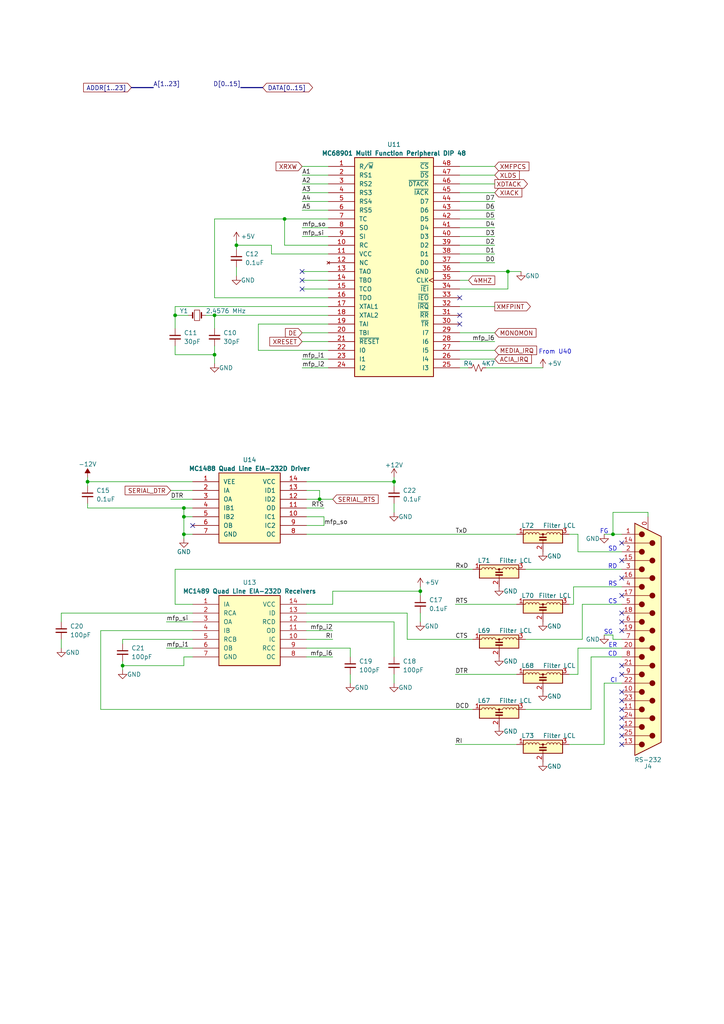
<source format=kicad_sch>
(kicad_sch (version 20211123) (generator eeschema)
  (paper "A4" portrait)
  (title_block (title "Converted schematics of Atari 260/520 ST") (date "2023-04-16") (rev "0") (comment 1 "…sporniket/kicad-conversions--atari-260-520-st-motherboard--c070231") (comment 2 "Original repository : https://github.com/…") (comment 4 "Reference : C070231"))
  (lib_symbols
    (symbol "Connector:DB25_Male_MountingHoles" (pin_names (offset 1.016) hide)
      (property "Reference" "J" (at 0 36.83 0))
      (property "Value" "DB25_Male_MountingHoles" (at 0 34.925 0))
      (symbol "DB25_Male_MountingHoles_0_1"
        (circle (center -1.778 -30.48) (radius 0.762) (fill (type outline)))
        (circle (center -1.778 -25.4) (radius 0.762) (fill (type outline)))
        (circle (center -1.778 -20.32) (radius 0.762) (fill (type outline)))
        (circle (center -1.778 -15.24) (radius 0.762) (fill (type outline)))
        (circle (center -1.778 -10.16) (radius 0.762) (fill (type outline)))
        (circle (center -1.778 -5.08) (radius 0.762) (fill (type outline)))
        (circle (center -1.778 0) (radius 0.762) (fill (type outline)))
        (circle (center -1.778 5.08) (radius 0.762) (fill (type outline)))
        (circle (center -1.778 10.16) (radius 0.762) (fill (type outline)))
        (circle (center -1.778 15.24) (radius 0.762) (fill (type outline)))
        (circle (center -1.778 20.32) (radius 0.762) (fill (type outline)))
        (circle (center -1.778 25.4) (radius 0.762) (fill (type outline)))
        (circle (center -1.778 30.48) (radius 0.762) (fill (type outline)))
        (polyline (pts (xy -3.81 -30.48) (xy -2.54 -30.48)))
        (polyline (pts (xy -3.81 -27.94) (xy 0.508 -27.94)))
        (polyline (pts (xy -3.81 -25.4) (xy -2.54 -25.4)))
        (polyline (pts (xy -3.81 -22.86) (xy 0.508 -22.86)))
        (polyline (pts (xy -3.81 -20.32) (xy -2.54 -20.32)))
        (polyline (pts (xy -3.81 -17.78) (xy 0.508 -17.78)))
        (polyline (pts (xy -3.81 -15.24) (xy -2.54 -15.24)))
        (polyline (pts (xy -3.81 -12.7) (xy 0.508 -12.7)))
        (polyline (pts (xy -3.81 -10.16) (xy -2.54 -10.16)))
        (polyline (pts (xy -3.81 -7.62) (xy 0.508 -7.62)))
        (polyline (pts (xy -3.81 -5.08) (xy -2.54 -5.08)))
        (polyline (pts (xy -3.81 -2.54) (xy 0.508 -2.54)))
        (polyline (pts (xy -3.81 0) (xy -2.54 0)))
        (polyline (pts (xy -3.81 2.54) (xy 0.508 2.54)))
        (polyline (pts (xy -3.81 5.08) (xy -2.54 5.08)))
        (polyline (pts (xy -3.81 7.62) (xy 0.508 7.62)))
        (polyline (pts (xy -3.81 10.16) (xy -2.54 10.16)))
        (polyline (pts (xy -3.81 12.7) (xy 0.508 12.7)))
        (polyline (pts (xy -3.81 15.24) (xy -2.54 15.24)))
        (polyline (pts (xy -3.81 17.78) (xy 0.508 17.78)))
        (polyline (pts (xy -3.81 20.32) (xy -2.54 20.32)))
        (polyline (pts (xy -3.81 22.86) (xy 0.508 22.86)))
        (polyline (pts (xy -3.81 25.4) (xy -2.54 25.4)))
        (polyline (pts (xy -3.81 27.94) (xy 0.508 27.94)))
        (polyline (pts (xy -3.81 30.48) (xy -2.54 30.48)))
        (polyline (pts (xy -3.81 -33.655) (xy 3.81 -29.845) (xy 3.81 29.845) (xy -3.81 33.655) (xy -3.81 -33.655)) (stroke (width 0.254)) (fill (type background)))
        (circle (center 1.27 -27.94) (radius 0.762) (fill (type outline)))
        (circle (center 1.27 -22.86) (radius 0.762) (fill (type outline)))
        (circle (center 1.27 -17.78) (radius 0.762) (fill (type outline)))
        (circle (center 1.27 -12.7) (radius 0.762) (fill (type outline)))
        (circle (center 1.27 -7.62) (radius 0.762) (fill (type outline)))
        (circle (center 1.27 -2.54) (radius 0.762) (fill (type outline)))
        (circle (center 1.27 2.54) (radius 0.762) (fill (type outline)))
        (circle (center 1.27 7.62) (radius 0.762) (fill (type outline)))
        (circle (center 1.27 12.7) (radius 0.762) (fill (type outline)))
        (circle (center 1.27 17.78) (radius 0.762) (fill (type outline)))
        (circle (center 1.27 22.86) (radius 0.762) (fill (type outline)))
        (circle (center 1.27 27.94) (radius 0.762) (fill (type outline)))
      )
      (symbol "DB25_Male_MountingHoles_1_1"
        (pin passive line (at 0 -35.56 90) (length 3.81) (name "PAD") (number "0"))
        (pin passive line (at -7.62 -30.48 0) (length 3.81) (name "1") (number "1"))
        (pin passive line (at -7.62 15.24 0) (length 3.81) (name "10") (number "10"))
        (pin passive line (at -7.62 20.32 0) (length 3.81) (name "11") (number "11"))
        (pin passive line (at -7.62 25.4 0) (length 3.81) (name "12") (number "12"))
        (pin passive line (at -7.62 30.48 0) (length 3.81) (name "13") (number "13"))
        (pin passive line (at -7.62 -27.94 0) (length 3.81) (name "P14") (number "14"))
        (pin passive line (at -7.62 -22.86 0) (length 3.81) (name "P15") (number "15"))
        (pin passive line (at -7.62 -17.78 0) (length 3.81) (name "P16") (number "16"))
        (pin passive line (at -7.62 -12.7 0) (length 3.81) (name "P17") (number "17"))
        (pin passive line (at -7.62 -7.62 0) (length 3.81) (name "P18") (number "18"))
        (pin passive line (at -7.62 -2.54 0) (length 3.81) (name "P19") (number "19"))
        (pin passive line (at -7.62 -25.4 0) (length 3.81) (name "2") (number "2"))
        (pin passive line (at -7.62 2.54 0) (length 3.81) (name "P20") (number "20"))
        (pin passive line (at -7.62 7.62 0) (length 3.81) (name "P21") (number "21"))
        (pin passive line (at -7.62 12.7 0) (length 3.81) (name "P22") (number "22"))
        (pin passive line (at -7.62 17.78 0) (length 3.81) (name "P23") (number "23"))
        (pin passive line (at -7.62 22.86 0) (length 3.81) (name "P24") (number "24"))
        (pin passive line (at -7.62 27.94 0) (length 3.81) (name "P25") (number "25"))
        (pin passive line (at -7.62 -20.32 0) (length 3.81) (name "3") (number "3"))
        (pin passive line (at -7.62 -15.24 0) (length 3.81) (name "4") (number "4"))
        (pin passive line (at -7.62 -10.16 0) (length 3.81) (name "5") (number "5"))
        (pin passive line (at -7.62 -5.08 0) (length 3.81) (name "6") (number "6"))
        (pin passive line (at -7.62 0 0) (length 3.81) (name "7") (number "7"))
        (pin passive line (at -7.62 5.08 0) (length 3.81) (name "8") (number "8"))
        (pin passive line (at -7.62 10.16 0) (length 3.81) (name "9") (number "9"))
      )
    )
    (symbol "Device:C_Small" (pin_numbers hide) (pin_names (offset 0.254) hide)
      (property "Reference" "C" (at 0.254 1.778 0))
      (property "Value" "C_Small" (at 0.254 -2.032 0))
      (symbol "C_Small_0_1"
        (polyline (pts (xy -1.524 -0.508) (xy 1.524 -0.508)) (stroke (width 0.3302)))
        (polyline (pts (xy -1.524 0.508) (xy 1.524 0.508)) (stroke (width 0.3048)))
      )
      (symbol "C_Small_1_1"
        (pin passive line (at 0 2.54 270) (length 2.032) (name "~") (number "1"))
        (pin passive line (at 0 -2.54 90) (length 2.032) (name "~") (number "2"))
      )
    )
    (symbol "Device:Crystal_Small" (pin_numbers hide) (pin_names (offset 1.016) hide)
      (property "Reference" "Y" (at 0 2.54 0))
      (property "Value" "Crystal_Small" (at 0 -2.54 0))
      (symbol "Crystal_Small_0_1"
        (rectangle (start -0.762 -1.524) (end 0.762 1.524))
        (polyline (pts (xy -1.27 -0.762) (xy -1.27 0.762)) (stroke (width 0.381)))
        (polyline (pts (xy 1.27 -0.762) (xy 1.27 0.762)) (stroke (width 0.381)))
      )
      (symbol "Crystal_Small_1_1"
        (pin passive line (at -2.54 0 0) (length 1.27) (name "1") (number "1"))
        (pin passive line (at 2.54 0 180) (length 1.27) (name "2") (number "2"))
      )
    )
    (symbol "Device:Filter_EMI_LCL" (pin_names (offset 0.254) hide)
      (property "Reference" "FL" (at 0 6.985 0))
      (property "Value" "Filter_EMI_LCL" (at 0 5.08 0))
      (symbol "Filter_EMI_LCL_0_1"
        (rectangle (start -5.715 3.81) (end 5.715 0) (stroke (width 0.254)) (fill (type background)))
        (arc (start -4.064 2.54) (mid -4.572 3.048) (end -5.08 2.54))
        (arc (start -3.048 2.54) (mid -3.556 3.048) (end -4.064 2.54))
        (arc (start -2.032 2.54) (mid -2.54 3.048) (end -3.048 2.54))
        (rectangle (start -1.016 0.762) (end 1.016 1.016) (fill (type outline)))
        (arc (start -1.016 2.54) (mid -1.524 3.048) (end -2.032 2.54))
        (polyline (pts (xy -1.016 2.54) (xy 1.016 2.54)))
        (polyline (pts (xy 0 0.762) (xy 0 0)))
        (polyline (pts (xy 0 2.54) (xy 0 1.778)))
        (circle (center 0 2.54) (radius 0.254) (fill (type outline)))
        (rectangle (start 1.016 1.524) (end -1.016 1.778) (fill (type outline)))
        (arc (start 2.032 2.54) (mid 1.524 3.048) (end 1.016 2.54))
        (arc (start 3.048 2.54) (mid 2.54 3.048) (end 2.032 2.54))
        (arc (start 4.064 2.54) (mid 3.556 3.048) (end 3.048 2.54))
        (arc (start 5.08 2.54) (mid 4.572 3.048) (end 4.064 2.54))
      )
      (symbol "Filter_EMI_LCL_1_1"
        (pin passive line (at -7.62 2.54 0) (length 2.54) (name "1") (number "1"))
        (pin passive line (at 0 -2.54 90) (length 2.54) (name "2") (number "2"))
        (pin passive line (at 7.62 2.54 180) (length 2.54) (name "3") (number "3"))
      )
    )
    (symbol "Device:R_Small_US" (pin_numbers hide) (pin_names (offset 0.254) hide)
      (property "Reference" "R" (at 0.762 0.508 0))
      (property "Value" "R_Small_US" (at 0.762 -1.016 0))
      (symbol "R_Small_US_1_1"
        (polyline (pts (xy 0 0) (xy 1.016 -0.381) (xy 0 -0.762) (xy -1.016 -1.143) (xy 0 -1.524)))
        (polyline (pts (xy 0 1.524) (xy 1.016 1.143) (xy 0 0.762) (xy -1.016 0.381) (xy 0 0)))
        (pin passive line (at 0 2.54 270) (length 1.016) (name "~") (number "1"))
        (pin passive line (at 0 -2.54 90) (length 1.016) (name "~") (number "2"))
      )
    )
    (symbol "mc1488:1488_PHY" (pin_names (offset 1.27))
      (property "Reference" "U" (at 0 0 0))
      (property "Value" "1488_PHY" (at 0 0 0))
      (symbol "1488_PHY_0_0"
        (rectangle (start -8.89 10.16) (end 8.89 -10.16) (stroke (width 0.254)) (fill (type background)))
        (pin input line (at -16.51 7.62 0) (length 7.62) (name "VEE") (number "1"))
        (pin input line (at 16.51 -2.54 180) (length 7.62) (name "IC1") (number "10"))
        (pin output line (at 16.51 0 180) (length 7.62) (name "OD") (number "11"))
        (pin input line (at 16.51 2.54 180) (length 7.62) (name "ID2") (number "12"))
        (pin input line (at 16.51 5.08 180) (length 7.62) (name "ID1") (number "13"))
        (pin power_in line (at 16.51 7.62 180) (length 7.62) (name "VCC") (number "14"))
        (pin input line (at -16.51 5.08 0) (length 7.62) (name "IA") (number "2"))
        (pin output line (at -16.51 2.54 0) (length 7.62) (name "OA") (number "3"))
        (pin input line (at -16.51 0 0) (length 7.62) (name "IB1") (number "4"))
        (pin input line (at -16.51 -2.54 0) (length 7.62) (name "IB2") (number "5"))
        (pin output line (at -16.51 -5.08 0) (length 7.62) (name "OB") (number "6"))
        (pin power_in line (at -16.51 -7.62 0) (length 7.62) (name "GND") (number "7"))
        (pin output line (at 16.51 -7.62 180) (length 7.62) (name "OC") (number "8"))
        (pin input line (at 16.51 -5.08 180) (length 7.62) (name "IC2") (number "9"))
      )
    )
    (symbol "mc1489:1489_PHY" (pin_names (offset 1.27))
      (property "Reference" "U" (at 0 0 0))
      (property "Value" "1489_PHY" (at 0 0 0))
      (symbol "1489_PHY_0_0"
        (rectangle (start -8.89 10.16) (end 8.89 -10.16) (stroke (width 0.254)) (fill (type background)))
        (pin input line (at -16.51 7.62 0) (length 7.62) (name "IA") (number "1"))
        (pin input line (at 16.51 -2.54 180) (length 7.62) (name "IC") (number "10"))
        (pin output line (at 16.51 0 180) (length 7.62) (name "OD") (number "11"))
        (pin input line (at 16.51 2.54 180) (length 7.62) (name "RCD") (number "12"))
        (pin input line (at 16.51 5.08 180) (length 7.62) (name "ID") (number "13"))
        (pin power_in line (at 16.51 7.62 180) (length 7.62) (name "VCC") (number "14"))
        (pin input line (at -16.51 5.08 0) (length 7.62) (name "RCA") (number "2"))
        (pin output line (at -16.51 2.54 0) (length 7.62) (name "OA") (number "3"))
        (pin input line (at -16.51 0 0) (length 7.62) (name "IB") (number "4"))
        (pin input line (at -16.51 -2.54 0) (length 7.62) (name "RCB") (number "5"))
        (pin output line (at -16.51 -5.08 0) (length 7.62) (name "OB") (number "6"))
        (pin power_in line (at -16.51 -7.62 0) (length 7.62) (name "GND") (number "7"))
        (pin output line (at 16.51 -7.62 180) (length 7.62) (name "OC") (number "8"))
        (pin input line (at 16.51 -5.08 180) (length 7.62) (name "RCC") (number "9"))
      )
    )
    (symbol "mc68901d-dip48:MC68901_DIP_48_PHY" (pin_names (offset 1.27))
      (property "Reference" "U" (at 0 0 0))
      (property "Value" "MC68901_DIP_48_PHY" (at 0 0 0))
      (symbol "MC68901_DIP_48_PHY_0_0"
        (rectangle (start -11.43 31.75) (end 11.43 -31.75) (stroke (width 0.254)) (fill (type background)))
        (pin input line (at -19.05 29.21 0) (length 7.62) (name "R/~{W}") (number "1"))
        (pin input line (at -19.05 6.35 0) (length 7.62) (name "RC") (number "10"))
        (pin power_in line (at -19.05 3.81 0) (length 7.62) (name "VCC") (number "11"))
        (pin no_connect line (at -19.05 1.27 0) (length 7.62) (name "NC") (number "12"))
        (pin output line (at -19.05 -1.27 0) (length 7.62) (name "TAO") (number "13"))
        (pin output line (at -19.05 -3.81 0) (length 7.62) (name "TBO") (number "14"))
        (pin output line (at -19.05 -6.35 0) (length 7.62) (name "TCO") (number "15"))
        (pin output line (at -19.05 -8.89 0) (length 7.62) (name "TDO") (number "16"))
        (pin input line (at -19.05 -11.43 0) (length 7.62) (name "XTAL1") (number "17"))
        (pin output line (at -19.05 -13.97 0) (length 7.62) (name "XTAL2") (number "18"))
        (pin input line (at -19.05 -16.51 0) (length 7.62) (name "TAI") (number "19"))
        (pin input line (at -19.05 26.67 0) (length 7.62) (name "RS1") (number "2"))
        (pin input line (at -19.05 -19.05 0) (length 7.62) (name "TBI") (number "20"))
        (pin input line (at -19.05 -21.59 0) (length 7.62) (name "~{RESET}") (number "21"))
        (pin bidirectional line (at -19.05 -24.13 0) (length 7.62) (name "I0") (number "22"))
        (pin bidirectional line (at -19.05 -26.67 0) (length 7.62) (name "I1") (number "23"))
        (pin bidirectional line (at -19.05 -29.21 0) (length 7.62) (name "I2") (number "24"))
        (pin bidirectional line (at 19.05 -29.21 180) (length 7.62) (name "I3") (number "25"))
        (pin bidirectional line (at 19.05 -26.67 180) (length 7.62) (name "I4") (number "26"))
        (pin bidirectional line (at 19.05 -24.13 180) (length 7.62) (name "I5") (number "27"))
        (pin bidirectional line (at 19.05 -21.59 180) (length 7.62) (name "I6") (number "28"))
        (pin bidirectional line (at 19.05 -19.05 180) (length 7.62) (name "I7") (number "29"))
        (pin input line (at -19.05 24.13 0) (length 7.62) (name "RS2") (number "3"))
        (pin output line (at 19.05 -16.51 180) (length 7.62) (name "~{TR}") (number "30"))
        (pin output line (at 19.05 -13.97 180) (length 7.62) (name "~{RR}") (number "31"))
        (pin output line (at 19.05 -11.43 180) (length 7.62) (name "~{IRQ}") (number "32"))
        (pin output line (at 19.05 -8.89 180) (length 7.62) (name "~{IEO}") (number "33"))
        (pin input line (at 19.05 -6.35 180) (length 7.62) (name "~{IEI}") (number "34"))
        (pin input clock (at 19.05 -3.81 180) (length 7.62) (name "CLK") (number "35"))
        (pin power_in line (at 19.05 -1.27 180) (length 7.62) (name "GND") (number "36"))
        (pin bidirectional line (at 19.05 1.27 180) (length 7.62) (name "D0") (number "37"))
        (pin bidirectional line (at 19.05 3.81 180) (length 7.62) (name "D1") (number "38"))
        (pin bidirectional line (at 19.05 6.35 180) (length 7.62) (name "D2") (number "39"))
        (pin input line (at -19.05 21.59 0) (length 7.62) (name "RS3") (number "4"))
        (pin bidirectional line (at 19.05 8.89 180) (length 7.62) (name "D3") (number "40"))
        (pin bidirectional line (at 19.05 11.43 180) (length 7.62) (name "D4") (number "41"))
        (pin bidirectional line (at 19.05 13.97 180) (length 7.62) (name "D5") (number "42"))
        (pin bidirectional line (at 19.05 16.51 180) (length 7.62) (name "D6") (number "43"))
        (pin bidirectional line (at 19.05 19.05 180) (length 7.62) (name "D7") (number "44"))
        (pin input line (at 19.05 21.59 180) (length 7.62) (name "~{IACK}") (number "45"))
        (pin tri_state line (at 19.05 24.13 180) (length 7.62) (name "~{DTACK}") (number "46"))
        (pin input line (at 19.05 26.67 180) (length 7.62) (name "~{DS}") (number "47"))
        (pin input line (at 19.05 29.21 180) (length 7.62) (name "~{CS}") (number "48"))
        (pin input line (at -19.05 19.05 0) (length 7.62) (name "RS4") (number "5"))
        (pin input line (at -19.05 16.51 0) (length 7.62) (name "RS5") (number "6"))
        (pin input line (at -19.05 13.97 0) (length 7.62) (name "TC") (number "7"))
        (pin output line (at -19.05 11.43 0) (length 7.62) (name "SO") (number "8"))
        (pin input line (at -19.05 8.89 0) (length 7.62) (name "SI") (number "9"))
      )
    )
    (symbol "power:+12V" (power) (pin_names (offset 0))
      (property "Value" "+12V" (at 0 3.556 0))
      (symbol "+12V_0_1"
        (polyline (pts (xy -0.762 1.27) (xy 0 2.54)))
        (polyline (pts (xy 0 0) (xy 0 2.54)))
        (polyline (pts (xy 0 2.54) (xy 0.762 1.27)))
      )
      (symbol "+12V_1_1"
        (pin power_in line (at 0 0 90) (length 0) hide (name "+12V") (number "1"))
      )
    )
    (symbol "power:+5V" (power) (pin_names (offset 0))
      (property "Value" "+5V" (at 0 3.556 0))
      (symbol "+5V_0_1"
        (polyline (pts (xy -0.762 1.27) (xy 0 2.54)))
        (polyline (pts (xy 0 0) (xy 0 2.54)))
        (polyline (pts (xy 0 2.54) (xy 0.762 1.27)))
      )
      (symbol "+5V_1_1"
        (pin power_in line (at 0 0 90) (length 0) hide (name "+5V") (number "1"))
      )
    )
    (symbol "power:-12V" (power) (pin_names (offset 0))
      (property "Value" "-12V" (at 0 3.81 0))
      (symbol "-12V_0_0"
        (pin power_in line (at 0 0 90) (length 0) hide (name "-12V") (number "1"))
      )
      (symbol "-12V_0_1"
        (polyline (pts (xy 0 0) (xy 0 1.27) (xy 0.762 1.27) (xy 0 2.54) (xy -0.762 1.27) (xy 0 1.27)) (fill (type outline)))
      )
    )
    (symbol "power:GND" (power) (pin_names (offset 0))
      (property "Value" "GND" (at 0 -3.81 0))
      (symbol "GND_0_1"
        (polyline (pts (xy 0 0) (xy 0 -1.27) (xy 1.27 -1.27) (xy 0 -2.54) (xy -1.27 -1.27) (xy 0 -1.27)))
      )
      (symbol "GND_1_1"
        (pin power_in line (at 0 0 270) (length 0) hide (name "GND") (number "1"))
      )
    )
  )
  (junction (at 35.56 193.04))
  (junction (at 53.34 147.32))
  (junction (at 50.8 91.44))
  (junction (at 53.34 154.94))
  (junction (at 114.3 139.7))
  (junction (at 82.55 63.5))
  (junction (at 62.23 91.44))
  (junction (at 62.23 102.87))
  (junction (at 53.34 149.86))
  (junction (at 121.92 171.45))
  (junction (at 25.4 139.7))
  (junction (at 92.71 144.78))
  (junction (at 68.58 71.12))
  (junction (at 147.32 78.74))
  (junction (at 177.8 154.94))
  (no_connect (at 55.88 152.4))
  (no_connect (at 180.34 177.8))
  (no_connect (at 180.34 180.34))
  (no_connect (at 180.34 182.88))
  (no_connect (at 180.34 167.64))
  (no_connect (at 180.34 172.72))
  (no_connect (at 180.34 215.9))
  (no_connect (at 180.34 193.04))
  (no_connect (at 180.34 195.58))
  (no_connect (at 180.34 200.66))
  (no_connect (at 180.34 203.2))
  (no_connect (at 180.34 205.74))
  (no_connect (at 180.34 208.28))
  (no_connect (at 180.34 210.82))
  (no_connect (at 180.34 213.36))
  (no_connect (at 180.34 157.48))
  (no_connect (at 180.34 162.56))
  (no_connect (at 133.35 93.98))
  (no_connect (at 133.35 91.44))
  (no_connect (at 87.63 78.74))
  (no_connect (at 87.63 81.28))
  (no_connect (at 87.63 83.82))
  (no_connect (at 133.35 86.36))
  (wire (pts (xy 48.26 187.96) (xy 55.88 187.96)))
  (wire (pts (xy 114.3 146.05) (xy 114.3 148.59)))
  (wire (pts (xy 167.64 160.02) (xy 180.34 160.02)))
  (wire (pts (xy 88.9 177.8) (xy 118.11 177.8)))
  (wire (pts (xy 167.64 154.94) (xy 167.64 160.02)))
  (wire (pts (xy 133.35 48.26) (xy 143.51 48.26)))
  (wire (pts (xy 74.93 93.98) (xy 74.93 101.6)))
  (wire (pts (xy 175.26 184.15) (xy 177.8 184.15)))
  (wire (pts (xy 171.45 190.5) (xy 171.45 205.74)))
  (wire (pts (xy 152.4 205.74) (xy 171.45 205.74)))
  (wire (pts (xy 53.34 147.32) (xy 55.88 147.32)))
  (wire (pts (xy 87.63 50.8) (xy 95.25 50.8)))
  (wire (pts (xy 114.3 138.43) (xy 114.3 139.7)))
  (wire (pts (xy 68.58 69.85) (xy 68.58 71.12)))
  (wire (pts (xy 62.23 86.36) (xy 62.23 63.5)))
  (wire (pts (xy 25.4 146.05) (xy 25.4 147.32)))
  (wire (pts (xy 88.9 152.4) (xy 93.98 152.4)))
  (wire (pts (xy 92.71 142.24) (xy 88.9 142.24)))
  (wire (pts (xy 88.9 185.42) (xy 96.52 185.42)))
  (wire (pts (xy 87.63 58.42) (xy 95.25 58.42)))
  (wire (pts (xy 118.11 185.42) (xy 137.16 185.42)))
  (wire (pts (xy 175.26 215.9) (xy 165.1 215.9)))
  (wire (pts (xy 48.26 180.34) (xy 55.88 180.34)))
  (wire (pts (xy 147.32 83.82) (xy 147.32 78.74)))
  (wire (pts (xy 88.9 175.26) (xy 96.52 175.26)))
  (wire (pts (xy 121.92 170.18) (xy 121.92 171.45)))
  (wire (pts (xy 133.35 60.96) (xy 143.51 60.96)))
  (wire (pts (xy 50.8 175.26) (xy 55.88 175.26)))
  (wire (pts (xy 177.8 154.94) (xy 180.34 154.94)))
  (wire (pts (xy 133.35 104.14) (xy 143.51 104.14)))
  (wire (pts (xy 87.63 68.58) (xy 95.25 68.58)))
  (wire (pts (xy 132.08 215.9) (xy 149.86 215.9)))
  (wire (pts (xy 133.35 63.5) (xy 143.51 63.5)))
  (wire (pts (xy 121.92 171.45) (xy 121.92 172.72)))
  (wire (pts (xy 50.8 165.1) (xy 137.16 165.1)))
  (wire (pts (xy 78.74 73.66) (xy 95.25 73.66)))
  (wire (pts (xy 55.88 190.5) (xy 53.34 190.5)))
  (wire (pts (xy 133.35 99.06) (xy 143.51 99.06)))
  (wire (pts (xy 133.35 101.6) (xy 143.51 101.6)))
  (wire (pts (xy 87.63 55.88) (xy 95.25 55.88)))
  (wire (pts (xy 50.8 88.9) (xy 50.8 91.44)))
  (wire (pts (xy 133.35 73.66) (xy 143.51 73.66)))
  (wire (pts (xy 35.56 185.42) (xy 35.56 186.69)))
  (wire (pts (xy 87.63 60.96) (xy 95.25 60.96)))
  (wire (pts (xy 171.45 190.5) (xy 180.34 190.5)))
  (wire (pts (xy 87.63 48.26) (xy 95.25 48.26)))
  (wire (pts (xy 78.74 73.66) (xy 78.74 71.12)))
  (wire (pts (xy 92.71 144.78) (xy 92.71 142.24)))
  (wire (pts (xy 88.9 144.78) (xy 92.71 144.78)))
  (wire (pts (xy 55.88 154.94) (xy 53.34 154.94)))
  (wire (pts (xy 50.8 100.33) (xy 50.8 102.87)))
  (wire (pts (xy 165.1 154.94) (xy 167.64 154.94)))
  (wire (pts (xy 53.34 190.5) (xy 53.34 193.04)))
  (wire (pts (xy 35.56 191.77) (xy 35.56 193.04)))
  (wire (pts (xy 167.64 187.96) (xy 180.34 187.96)))
  (wire (pts (xy 50.8 88.9) (xy 95.25 88.9)))
  (wire (pts (xy 29.21 205.74) (xy 137.16 205.74)))
  (wire (pts (xy 147.32 78.74) (xy 151.13 78.74)))
  (wire (pts (xy 25.4 139.7) (xy 55.88 139.7)))
  (wire (pts (xy 53.34 149.86) (xy 53.34 147.32)))
  (wire (pts (xy 82.55 71.12) (xy 95.25 71.12)))
  (wire (pts (xy 96.52 175.26) (xy 96.52 171.45)))
  (wire (pts (xy 133.35 83.82) (xy 147.32 83.82)))
  (wire (pts (xy 88.9 154.94) (xy 149.86 154.94)))
  (wire (pts (xy 62.23 63.5) (xy 82.55 63.5)))
  (wire (pts (xy 133.35 76.2) (xy 143.51 76.2)))
  (wire (pts (xy 152.4 185.42) (xy 168.91 185.42)))
  (wire (pts (xy 114.3 180.34) (xy 114.3 190.5)))
  (wire (pts (xy 53.34 149.86) (xy 55.88 149.86)))
  (wire (pts (xy 53.34 193.04) (xy 35.56 193.04)))
  (wire (pts (xy 133.35 81.28) (xy 135.89 81.28)))
  (wire (pts (xy 177.8 148.59) (xy 177.8 154.94)))
  (wire (pts (xy 62.23 91.44) (xy 62.23 95.25)))
  (wire (pts (xy 88.9 187.96) (xy 101.6 187.96)))
  (wire (pts (xy 59.69 91.44) (xy 62.23 91.44)))
  (wire (pts (xy 87.63 83.82) (xy 95.25 83.82)))
  (wire (pts (xy 87.63 104.14) (xy 95.25 104.14)))
  (wire (pts (xy 133.35 50.8) (xy 143.51 50.8)))
  (wire (pts (xy 62.23 86.36) (xy 95.25 86.36)))
  (wire (pts (xy 92.71 144.78) (xy 96.52 144.78)))
  (wire (pts (xy 101.6 187.96) (xy 101.6 190.5)))
  (wire (pts (xy 133.35 96.52) (xy 143.51 96.52)))
  (wire (pts (xy 62.23 91.44) (xy 95.25 91.44)))
  (wire (pts (xy 62.23 102.87) (xy 62.23 105.41)))
  (wire (pts (xy 82.55 71.12) (xy 82.55 63.5)))
  (wire (pts (xy 187.96 149.86) (xy 187.96 148.59)))
  (wire (pts (xy 121.92 177.8) (xy 121.92 180.34)))
  (bus (pts (xy 69.85 25.4) (xy 76.2 25.4)))
  (wire (pts (xy 17.78 185.42) (xy 17.78 187.96)))
  (wire (pts (xy 53.34 154.94) (xy 53.34 149.86)))
  (wire (pts (xy 133.35 88.9) (xy 143.51 88.9)))
  (wire (pts (xy 114.3 139.7) (xy 114.3 140.97)))
  (wire (pts (xy 49.53 142.24) (xy 55.88 142.24)))
  (wire (pts (xy 133.35 53.34) (xy 143.51 53.34)))
  (wire (pts (xy 168.91 185.42) (xy 168.91 175.26)))
  (wire (pts (xy 35.56 185.42) (xy 55.88 185.42)))
  (wire (pts (xy 175.26 198.12) (xy 175.26 215.9)))
  (wire (pts (xy 87.63 78.74) (xy 95.25 78.74)))
  (wire (pts (xy 82.55 63.5) (xy 95.25 63.5)))
  (wire (pts (xy 88.9 180.34) (xy 114.3 180.34)))
  (wire (pts (xy 165.1 195.58) (xy 167.64 195.58)))
  (wire (pts (xy 50.8 91.44) (xy 54.61 91.44)))
  (wire (pts (xy 177.8 184.15) (xy 177.8 185.42)))
  (wire (pts (xy 166.37 170.18) (xy 180.34 170.18)))
  (wire (pts (xy 133.35 55.88) (xy 143.51 55.88)))
  (wire (pts (xy 177.8 185.42) (xy 180.34 185.42)))
  (wire (pts (xy 133.35 78.74) (xy 147.32 78.74)))
  (wire (pts (xy 88.9 190.5) (xy 96.52 190.5)))
  (wire (pts (xy 29.21 182.88) (xy 55.88 182.88)))
  (wire (pts (xy 87.63 53.34) (xy 95.25 53.34)))
  (wire (pts (xy 17.78 177.8) (xy 17.78 180.34)))
  (wire (pts (xy 101.6 195.58) (xy 101.6 198.12)))
  (wire (pts (xy 50.8 165.1) (xy 50.8 175.26)))
  (wire (pts (xy 88.9 182.88) (xy 96.52 182.88)))
  (wire (pts (xy 87.63 66.04) (xy 95.25 66.04)))
  (wire (pts (xy 96.52 171.45) (xy 121.92 171.45)))
  (wire (pts (xy 88.9 139.7) (xy 114.3 139.7)))
  (wire (pts (xy 133.35 58.42) (xy 143.51 58.42)))
  (wire (pts (xy 50.8 95.25) (xy 50.8 91.44)))
  (wire (pts (xy 140.97 106.68) (xy 157.48 106.68)))
  (wire (pts (xy 93.98 149.86) (xy 88.9 149.86)))
  (wire (pts (xy 49.53 144.78) (xy 55.88 144.78)))
  (wire (pts (xy 74.93 93.98) (xy 95.25 93.98)))
  (wire (pts (xy 132.08 195.58) (xy 149.86 195.58)))
  (wire (pts (xy 166.37 175.26) (xy 166.37 170.18)))
  (wire (pts (xy 25.4 139.7) (xy 25.4 140.97)))
  (wire (pts (xy 87.63 96.52) (xy 95.25 96.52)))
  (wire (pts (xy 133.35 66.04) (xy 143.51 66.04)))
  (wire (pts (xy 133.35 71.12) (xy 143.51 71.12)))
  (wire (pts (xy 114.3 195.58) (xy 114.3 198.12)))
  (wire (pts (xy 50.8 102.87) (xy 62.23 102.87)))
  (wire (pts (xy 177.8 148.59) (xy 187.96 148.59)))
  (wire (pts (xy 53.34 154.94) (xy 53.34 156.21)))
  (wire (pts (xy 133.35 106.68) (xy 135.89 106.68)))
  (wire (pts (xy 29.21 182.88) (xy 29.21 205.74)))
  (wire (pts (xy 175.26 198.12) (xy 180.34 198.12)))
  (wire (pts (xy 87.63 106.68) (xy 95.25 106.68)))
  (wire (pts (xy 133.35 68.58) (xy 143.51 68.58)))
  (wire (pts (xy 62.23 100.33) (xy 62.23 102.87)))
  (wire (pts (xy 68.58 71.12) (xy 68.58 72.39)))
  (wire (pts (xy 87.63 99.06) (xy 95.25 99.06)))
  (wire (pts (xy 165.1 175.26) (xy 166.37 175.26)))
  (wire (pts (xy 25.4 138.43) (xy 25.4 139.7)))
  (bus (pts (xy 38.1 25.4) (xy 44.45 25.4)))
  (wire (pts (xy 152.4 165.1) (xy 180.34 165.1)))
  (wire (pts (xy 55.88 177.8) (xy 17.78 177.8)))
  (wire (pts (xy 167.64 187.96) (xy 167.64 195.58)))
  (wire (pts (xy 78.74 71.12) (xy 68.58 71.12)))
  (wire (pts (xy 74.93 101.6) (xy 95.25 101.6)))
  (wire (pts (xy 25.4 147.32) (xy 53.34 147.32)))
  (wire (pts (xy 68.58 77.47) (xy 68.58 80.01)))
  (wire (pts (xy 175.26 154.94) (xy 177.8 154.94)))
  (wire (pts (xy 118.11 177.8) (xy 118.11 185.42)))
  (wire (pts (xy 87.63 81.28) (xy 95.25 81.28)))
  (wire (pts (xy 88.9 147.32) (xy 93.98 147.32)))
  (wire (pts (xy 132.08 175.26) (xy 149.86 175.26)))
  (wire (pts (xy 168.91 175.26) (xy 180.34 175.26)))
  (wire (pts (xy 93.98 152.4) (xy 93.98 149.86)))
  (wire (pts (xy 35.56 193.04) (xy 35.56 194.31)))
  (text "From U40" (at 156.21 102.87 0) (effects (font (size 1.27 1.27)) (justify left bottom)))
  (text "FG" (at 176.53 154.94 180) (effects (font (size 1.27 1.27)) (justify right bottom)))
  (text "RD" (at 179.07 165.1 180) (effects (font (size 1.27 1.27)) (justify right bottom)))
  (text "CI" (at 179.07 198.12 180) (effects (font (size 1.27 1.27)) (justify right bottom)))
  (text "CD" (at 179.07 190.5 180) (effects (font (size 1.27 1.27)) (justify right bottom)))
  (text "ER" (at 179.07 187.96 180) (effects (font (size 1.27 1.27)) (justify right bottom)))
  (text "SD" (at 179.07 160.02 180) (effects (font (size 1.27 1.27)) (justify right bottom)))
  (text "RS" (at 179.07 170.18 180) (effects (font (size 1.27 1.27)) (justify right bottom)))
  (text "CS" (at 179.07 175.26 180) (effects (font (size 1.27 1.27)) (justify right bottom)))
  (text "SG" (at 177.8 184.15 180) (effects (font (size 1.27 1.27)) (justify right bottom)))
  (label "RTS" (at 93.98 147.32 180))
  (label "RI" (at 132.08 215.9 0))
  (label "A2" (at 87.63 53.34 0))
  (label "D2" (at 143.51 71.12 180))
  (label "D3" (at 143.51 68.58 180))
  (label "mfp_i6" (at 96.52 190.5 180))
  (label "mfp_i1" (at 87.63 104.14 0))
  (label "D4" (at 143.51 66.04 180))
  (label "mfp_si" (at 48.26 180.34 0))
  (label "mfp_i2" (at 96.52 182.88 180))
  (label "mfp_si" (at 87.63 68.58 0))
  (label "RTS" (at 132.08 175.26 0))
  (label "D0" (at 143.51 76.2 180))
  (label "D5" (at 143.51 63.5 180))
  (label "D6" (at 143.51 60.96 180))
  (label "D[0..15]" (at 69.85 25.4 180))
  (label "mfp_so" (at 87.63 66.04 0))
  (label "A3" (at 87.63 55.88 0))
  (label "DCD" (at 132.08 205.74 0))
  (label "D1" (at 143.51 73.66 180))
  (label "mfp_so" (at 93.98 152.4 0))
  (label "A4" (at 87.63 58.42 0))
  (label "CTS" (at 132.08 185.42 0))
  (label "RI" (at 96.52 185.42 180))
  (label "mfp_i6" (at 143.51 99.06 180))
  (label "TxD" (at 132.08 154.94 0))
  (label "A1" (at 87.63 50.8 0))
  (label "mfp_i1" (at 48.26 187.96 0))
  (label "DTR" (at 49.53 144.78 0))
  (label "DTR" (at 132.08 195.58 0))
  (label "A5" (at 87.63 60.96 0))
  (label "RxD" (at 132.08 165.1 0))
  (label "A[1..23]" (at 44.45 25.4 0))
  (label "mfp_i2" (at 87.63 106.68 0))
  (label "D7" (at 143.51 58.42 180))
  (global_label "DATA[0..15]" (shape bidirectional) (at 76.2 25.4 0) (property "Intersheet References" "${INTERSHEET_REFS}" (effects hide)))
  (global_label "MONOMON" (shape input) (at 143.51 96.52 0) (property "Intersheet References" "${INTERSHEET_REFS}" (effects hide)))
  (global_label "XRXW" (shape input) (at 87.63 48.26 180) (property "Intersheet References" "${INTERSHEET_REFS}" (effects hide)))
  (global_label "ACIA_IRQ" (shape input) (at 143.51 104.14 0) (property "Intersheet References" "${INTERSHEET_REFS}" (effects hide)))
  (global_label "XMFPINT" (shape output) (at 143.51 88.9 0) (property "Intersheet References" "${INTERSHEET_REFS}" (effects hide)))
  (global_label "SERIAL_DTR" (shape input) (at 49.53 142.24 180) (property "Intersheet References" "${INTERSHEET_REFS}" (effects hide)))
  (global_label "4MHZ" (shape input) (at 135.89 81.28 0) (property "Intersheet References" "${INTERSHEET_REFS}" (effects hide)))
  (global_label "MEDIA_IRQ" (shape input) (at 143.51 101.6 0) (property "Intersheet References" "${INTERSHEET_REFS}" (effects hide)))
  (global_label "XDTACK" (shape output) (at 143.51 53.34 0) (property "Intersheet References" "${INTERSHEET_REFS}" (effects hide)))
  (global_label "ADDR[1..23]" (shape input) (at 38.1 25.4 180) (property "Intersheet References" "${INTERSHEET_REFS}" (effects hide)))
  (global_label "SERIAL_RTS" (shape input) (at 96.52 144.78 0) (property "Intersheet References" "${INTERSHEET_REFS}" (effects hide)))
  (global_label "XLDS" (shape input) (at 143.51 50.8 0) (property "Intersheet References" "${INTERSHEET_REFS}" (effects hide)))
  (global_label "DE" (shape input) (at 87.63 96.52 180) (property "Intersheet References" "${INTERSHEET_REFS}" (effects hide)))
  (global_label "XRESET" (shape input) (at 87.63 99.06 180) (property "Intersheet References" "${INTERSHEET_REFS}" (effects hide)))
  (global_label "XMFPCS" (shape input) (at 143.51 48.26 0) (property "Intersheet References" "${INTERSHEET_REFS}" (effects hide)))
  (global_label "XIACK" (shape input) (at 143.51 55.88 0) (property "Intersheet References" "${INTERSHEET_REFS}" (effects hide)))
  (symbol (lib_id "Device:C_Small") (at 121.92 175.26 0) (unit 1)
    (property "Reference" "C17" (at 124.46 173.99 0) (effects (justify left)))
    (property "Value" "0.1uF" (at 124.46 176.53 0) (effects (justify left)))
    (property "Footprint" "commons-passives_THT:Passive_THT_capacitor_mlcc_W2.54mm_L12.70mm" (effects hide))
  )
  (symbol (lib_id "Device:Filter_EMI_LCL") (at 157.48 218.44 0) (unit 1)
    (property "Reference" "L73" (at 154.94 213.36 0) (effects (justify right)))
    (property "Value" "Filter LCL" (at 157.48 213.36 0) (effects (justify left)))
    (property "Datasheet" "http://www.murata.com/~/media/webrenewal/support/library/catalog/products/emc/emifil/c31e.ashx?la=en-gb" (effects hide))
  )
  (symbol (lib_id "Device:Crystal_Small") (at 57.15 91.44 0) (unit 1)
    (property "Reference" "Y1" (at 54.61 90.17 0) (effects (justify right)))
    (property "Value" "2.4576 MHz" (at 59.69 90.17 0) (effects (justify left)))
  )
  (symbol (lib_id "Device:Filter_EMI_LCL") (at 144.78 167.64 0) (unit 1)
    (property "Reference" "L71" (at 142.24 162.56 0) (effects (justify right)))
    (property "Value" "Filter LCL" (at 144.78 162.56 0) (effects (justify left)))
    (property "Datasheet" "http://www.murata.com/~/media/webrenewal/support/library/catalog/products/emc/emifil/c31e.ashx?la=en-gb" (effects hide))
  )
  (symbol (lib_id "power:+5V") (at 68.58 69.85 0) (unit 1)
    (property "Reference" "#PWR?" (effects hide))
    (property "Value" "+5V" (at 69.85 68.58 0) (effects (justify left)))
  )
  (symbol (lib_id "power:GND") (at 68.58 80.01 0) (unit 1)
    (property "Reference" "#PWR?" (effects hide))
    (property "Value" "GND" (at 69.85 81.28 0) (effects (justify left)))
  )
  (symbol (lib_id "Connector:DB25_Male_MountingHoles") (at 187.96 185.42 0) (mirror x) (unit 1)
    (property "Reference" "J4" (at 187.96 222.25 0))
    (property "Value" "RS-232" (at 187.96 220.345 0))
    (property "Datasheet" " ~" (effects hide))
  )
  (symbol (lib_id "Device:Filter_EMI_LCL") (at 157.48 177.8 0) (unit 1)
    (property "Reference" "L70" (at 154.94 172.72 0) (effects (justify right)))
    (property "Value" "Filter LCL" (at 156.21 172.72 0) (effects (justify left)))
    (property "Datasheet" "http://www.murata.com/~/media/webrenewal/support/library/catalog/products/emc/emifil/c31e.ashx?la=en-gb" (effects hide))
  )
  (symbol (lib_id "power:GND") (at 157.48 160.02 0) (unit 1)
    (property "Reference" "#PWR?" (effects hide))
    (property "Value" "GND" (at 158.75 161.29 0) (effects (justify left)))
  )
  (symbol (lib_id "Device:C_Small") (at 114.3 193.04 0) (unit 1)
    (property "Reference" "C18" (at 116.84 191.77 0) (effects (justify left)))
    (property "Value" "100pF" (at 116.84 194.31 0) (effects (justify left)))
    (property "Footprint" "commons-passives_THT:Passive_THT_capacitor_mlcc_W2.54mm_L12.70mm" (effects hide))
  )
  (symbol (lib_id "power:GND") (at 157.48 220.98 0) (unit 1)
    (property "Reference" "#PWR?" (effects hide))
    (property "Value" "GND" (at 158.75 222.25 0) (effects (justify left)))
  )
  (symbol (lib_id "power:+12V") (at 114.3 138.43 0) (unit 1)
    (property "Reference" "#PWR?" (effects hide))
    (property "Value" "+12V" (at 114.3 134.874 0))
  )
  (symbol (lib_id "power:GND") (at 101.6 198.12 0) (unit 1)
    (property "Reference" "#PWR?" (effects hide))
    (property "Value" "GND" (at 102.87 199.39 0) (effects (justify left)))
  )
  (symbol (lib_id "Device:C_Small") (at 101.6 193.04 0) (unit 1)
    (property "Reference" "C19" (at 104.14 191.77 0) (effects (justify left)))
    (property "Value" "100pF" (at 104.14 194.31 0) (effects (justify left)))
    (property "Footprint" "commons-passives_THT:Passive_THT_capacitor_mlcc_W2.54mm_L12.70mm" (effects hide))
  )
  (symbol (lib_id "Device:C_Small") (at 35.56 189.23 0) (unit 1)
    (property "Reference" "C21" (at 38.1 187.96 0) (effects (justify left)))
    (property "Value" "100pF" (at 38.1 190.5 0) (effects (justify left)))
    (property "Footprint" "commons-passives_THT:Passive_THT_capacitor_mlcc_W2.54mm_L12.70mm" (effects hide))
  )
  (symbol (lib_id "Device:C_Small") (at 25.4 143.51 0) (unit 1)
    (property "Reference" "C15" (at 27.94 142.24 0) (effects (justify left)))
    (property "Value" "0.1uF" (at 27.94 144.78 0) (effects (justify left)))
    (property "Footprint" "commons-passives_THT:Passive_THT_capacitor_mlcc_W2.54mm_L12.70mm" (effects hide))
  )
  (symbol (lib_id "Device:Filter_EMI_LCL") (at 144.78 187.96 0) (unit 1)
    (property "Reference" "L69" (at 142.24 182.88 0) (effects (justify right)))
    (property "Value" "Filter LCL" (at 144.78 182.88 0) (effects (justify left)))
    (property "Datasheet" "http://www.murata.com/~/media/webrenewal/support/library/catalog/products/emc/emifil/c31e.ashx?la=en-gb" (effects hide))
  )
  (symbol (lib_id "power:GND") (at 175.26 184.15 0) (unit 1)
    (property "Reference" "#PWR?" (effects hide))
    (property "Value" "GND" (at 173.99 185.42 0) (effects (justify right)))
  )
  (symbol (lib_id "power:GND") (at 114.3 198.12 0) (unit 1)
    (property "Reference" "#PWR?" (effects hide))
    (property "Value" "GND" (at 115.57 199.39 0) (effects (justify left)))
  )
  (symbol (lib_id "power:-12V") (at 25.4 138.43 0) (unit 1)
    (property "Reference" "#PWR?" (effects hide))
    (property "Value" "-12V" (at 25.4 134.62 0))
  )
  (symbol (lib_id "power:GND") (at 17.78 187.96 0) (unit 1)
    (property "Reference" "#PWR?" (effects hide))
    (property "Value" "GND" (at 19.05 189.23 0) (effects (justify left)))
  )
  (symbol (lib_id "Device:C_Small") (at 62.23 97.79 0) (unit 1)
    (property "Reference" "C10" (at 64.77 96.52 0) (effects (justify left)))
    (property "Value" "30pF" (at 64.77 99.06 0) (effects (justify left)))
    (property "Footprint" "commons-passives_THT:Passive_THT_capacitor_mlcc_W2.54mm_L12.70mm" (effects hide))
  )
  (symbol (lib_id "power:+5V") (at 157.48 106.68 0) (unit 1)
    (property "Reference" "#PWR?" (effects hide))
    (property "Value" "+5V" (at 158.75 105.41 0) (effects (justify left)))
  )
  (symbol (lib_id "Device:R_Small_US") (at 138.43 106.68 90) (unit 1)
    (property "Reference" "R4" (at 137.16 105.41 90) (effects (justify left)))
    (property "Value" "4K7" (at 139.7 105.41 90) (effects (justify right)))
  )
  (symbol (lib_id "power:GND") (at 144.78 210.82 0) (unit 1)
    (property "Reference" "#PWR?" (effects hide))
    (property "Value" "GND" (at 146.05 212.09 0) (effects (justify left)))
  )
  (symbol (lib_id "Device:Filter_EMI_LCL") (at 157.48 198.12 0) (unit 1)
    (property "Reference" "L68" (at 154.94 193.04 0) (effects (justify right)))
    (property "Value" "Filter LCL" (at 157.48 193.04 0) (effects (justify left)))
    (property "Datasheet" "http://www.murata.com/~/media/webrenewal/support/library/catalog/products/emc/emifil/c31e.ashx?la=en-gb" (effects hide))
  )
  (symbol (lib_id "Device:C_Small") (at 17.78 182.88 0) (unit 1)
    (property "Reference" "C20" (at 20.32 181.61 0) (effects (justify left)))
    (property "Value" "100pF" (at 20.32 184.15 0) (effects (justify left)))
    (property "Footprint" "commons-passives_THT:Passive_THT_capacitor_mlcc_W2.54mm_L12.70mm" (effects hide))
  )
  (symbol (lib_id "power:GND") (at 53.34 156.21 0) (unit 1)
    (property "Reference" "#PWR?" (effects hide))
    (property "Value" "GND" (at 53.34 160.02 0))
  )
  (symbol (lib_id "power:GND") (at 175.26 154.94 0) (unit 1)
    (property "Reference" "#PWR?" (effects hide))
    (property "Value" "GND" (at 173.99 156.21 0) (effects (justify right)))
  )
  (symbol (lib_id "Device:C_Small") (at 114.3 143.51 0) (unit 1)
    (property "Reference" "C22" (at 116.84 142.24 0) (effects (justify left)))
    (property "Value" "0.1uF" (at 116.84 144.78 0) (effects (justify left)))
    (property "Footprint" "commons-passives_THT:Passive_THT_capacitor_mlcc_W2.54mm_L12.70mm" (effects hide))
  )
  (symbol (lib_id "power:GND") (at 151.13 78.74 0) (unit 1)
    (property "Reference" "#PWR?" (effects hide))
    (property "Value" "GND" (at 152.4 80.01 0) (effects (justify left)))
  )
  (symbol (lib_id "power:GND") (at 114.3 148.59 0) (unit 1)
    (property "Reference" "#PWR?" (effects hide))
    (property "Value" "GND" (at 115.57 149.86 0) (effects (justify left)))
  )
  (symbol (lib_id "power:GND") (at 144.78 170.18 0) (unit 1)
    (property "Reference" "#PWR?" (effects hide))
    (property "Value" "GND" (at 146.05 171.45 0) (effects (justify left)))
  )
  (symbol (lib_id "Device:C_Small") (at 68.58 74.93 0) (unit 1)
    (property "Reference" "C12" (at 71.12 73.66 0) (effects (justify left)))
    (property "Value" "0.1uF" (at 71.12 76.2 0) (effects (justify left)))
    (property "Footprint" "commons-passives_THT:Passive_THT_capacitor_mlcc_W2.54mm_L12.70mm" (effects hide))
  )
  (symbol (lib_id "Device:Filter_EMI_LCL") (at 144.78 208.28 0) (unit 1)
    (property "Reference" "L67" (at 142.24 203.2 0) (effects (justify right)))
    (property "Value" "Filter LCL" (at 144.78 203.2 0) (effects (justify left)))
    (property "Datasheet" "http://www.murata.com/~/media/webrenewal/support/library/catalog/products/emc/emifil/c31e.ashx?la=en-gb" (effects hide))
  )
  (symbol (lib_id "Device:Filter_EMI_LCL") (at 157.48 157.48 0) (unit 1)
    (property "Reference" "L72" (at 154.94 152.4 0) (effects (justify right)))
    (property "Value" "Filter LCL" (at 157.48 152.4 0) (effects (justify left)))
    (property "Datasheet" "http://www.murata.com/~/media/webrenewal/support/library/catalog/products/emc/emifil/c31e.ashx?la=en-gb" (effects hide))
  )
  (symbol (lib_id "Device:C_Small") (at 50.8 97.79 0) (unit 1)
    (property "Reference" "C11" (at 53.34 96.52 0) (effects (justify left)))
    (property "Value" "30pF" (at 53.34 99.06 0) (effects (justify left)))
    (property "Footprint" "commons-passives_THT:Passive_THT_capacitor_mlcc_W2.54mm_L12.70mm" (effects hide))
  )
  (symbol (lib_id "power:+5V") (at 121.92 170.18 0) (unit 1)
    (property "Reference" "#PWR?" (effects hide))
    (property "Value" "+5V" (at 123.19 168.91 0) (effects (justify left)))
  )
  (symbol (lib_id "power:GND") (at 157.48 180.34 0) (unit 1)
    (property "Reference" "#PWR?" (effects hide))
    (property "Value" "GND" (at 158.75 181.61 0) (effects (justify left)))
  )
  (symbol (lib_id "power:GND") (at 144.78 190.5 0) (unit 1)
    (property "Reference" "#PWR?" (effects hide))
    (property "Value" "GND" (at 146.05 191.77 0) (effects (justify left)))
  )
  (symbol (lib_id "power:GND") (at 121.92 180.34 0) (unit 1)
    (property "Reference" "#PWR?" (effects hide))
    (property "Value" "GND" (at 123.19 181.61 0) (effects (justify left)))
  )
  (symbol (lib_id "mc68901d-dip48:MC68901_DIP_48_PHY") (at 114.3 77.47 0) (unit 1)
    (property "Reference" "U11" (at 114.3 41.91 0))
    (property "Value" "MC68901 Multi Function Peripheral DIP 48" (at 114.3 44.45 0) (effects (font bold)))
    (property "Footprint" "Package_DIP:DIP-48_W15.24mm_LongPads" (effects hide))
    (property "Datasheet" "https://www.nxp.com/docs/en/reference-manual/MC68901UM.pdf" (effects hide))
  )
  (symbol (lib_id "power:GND") (at 157.48 200.66 0) (unit 1)
    (property "Reference" "#PWR?" (effects hide))
    (property "Value" "GND" (at 158.75 201.93 0) (effects (justify left)))
  )
  (symbol (lib_id "mc1489:1489_PHY") (at 72.39 182.88 0) (unit 1)
    (property "Reference" "U13" (at 72.39 168.91 0))
    (property "Value" "MC1489 Quad Line EIA-232D Receivers" (at 72.39 171.45 0) (effects (font bold)))
    (property "Footprint" "Package_DIP:DIP-14_W7.62mm_LongPads" (effects hide))
    (property "Datasheet" "https://www.onsemi.com/pdf/datasheet/mc1489-d.pdf" (effects hide))
  )
  (symbol (lib_id "power:GND") (at 62.23 105.41 0) (unit 1)
    (property "Reference" "#PWR?" (effects hide))
    (property "Value" "GND" (at 63.5 106.68 0) (effects (justify left)))
  )
  (symbol (lib_id "power:GND") (at 35.56 194.31 0) (unit 1)
    (property "Reference" "#PWR?" (effects hide))
    (property "Value" "GND" (at 36.83 195.58 0) (effects (justify left)))
  )
  (symbol (lib_id "mc1488:1488_PHY") (at 72.39 147.32 0) (unit 1)
    (property "Reference" "U14" (at 72.39 133.35 0))
    (property "Value" "MC1488 Quad Line EIA-232D Driver" (at 72.39 135.89 0) (effects (font bold)))
    (property "Footprint" "Package_DIP:DIP-14_W7.62mm_LongPads" (effects hide))
    (property "Datasheet" "https://www.onsemi.com/pdf/datasheet/mc1488-d.pdf" (effects hide))
  )
)
</source>
